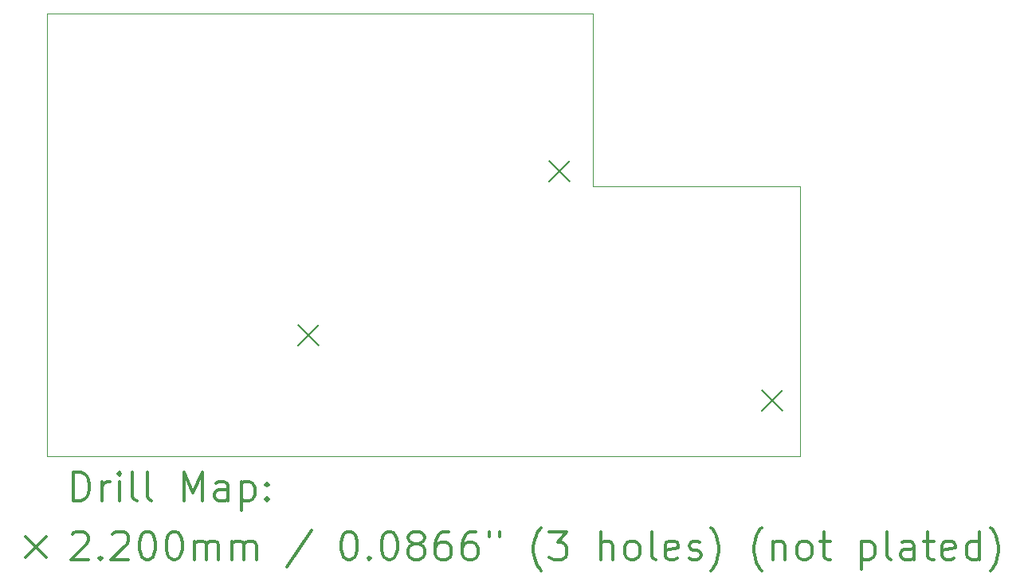
<source format=gbr>
%FSLAX45Y45*%
G04 Gerber Fmt 4.5, Leading zero omitted, Abs format (unit mm)*
G04 Created by KiCad (PCBNEW (5.1.10)-1) date 2022-01-19 22:22:53*
%MOMM*%
%LPD*%
G01*
G04 APERTURE LIST*
%TA.AperFunction,Profile*%
%ADD10C,0.050000*%
%TD*%
%ADD11C,0.200000*%
%ADD12C,0.300000*%
G04 APERTURE END LIST*
D10*
X14440000Y-7175000D02*
X14440000Y-9010000D01*
X14440000Y-9010000D02*
X16640000Y-9010000D01*
X8640000Y-11885000D02*
X16640000Y-11885000D01*
X16640000Y-9010000D02*
X16640000Y-11885000D01*
X8640000Y-7175000D02*
X8640000Y-11885000D01*
X8640000Y-7175000D02*
X14440000Y-7175000D01*
D11*
X11310000Y-10480000D02*
X11530000Y-10700000D01*
X11530000Y-10480000D02*
X11310000Y-10700000D01*
X13980000Y-8740000D02*
X14200000Y-8960000D01*
X14200000Y-8740000D02*
X13980000Y-8960000D01*
X16240000Y-11180000D02*
X16460000Y-11400000D01*
X16460000Y-11180000D02*
X16240000Y-11400000D01*
D12*
X8923928Y-12353214D02*
X8923928Y-12053214D01*
X8995357Y-12053214D01*
X9038214Y-12067500D01*
X9066786Y-12096071D01*
X9081071Y-12124643D01*
X9095357Y-12181786D01*
X9095357Y-12224643D01*
X9081071Y-12281786D01*
X9066786Y-12310357D01*
X9038214Y-12338929D01*
X8995357Y-12353214D01*
X8923928Y-12353214D01*
X9223928Y-12353214D02*
X9223928Y-12153214D01*
X9223928Y-12210357D02*
X9238214Y-12181786D01*
X9252500Y-12167500D01*
X9281071Y-12153214D01*
X9309643Y-12153214D01*
X9409643Y-12353214D02*
X9409643Y-12153214D01*
X9409643Y-12053214D02*
X9395357Y-12067500D01*
X9409643Y-12081786D01*
X9423928Y-12067500D01*
X9409643Y-12053214D01*
X9409643Y-12081786D01*
X9595357Y-12353214D02*
X9566786Y-12338929D01*
X9552500Y-12310357D01*
X9552500Y-12053214D01*
X9752500Y-12353214D02*
X9723928Y-12338929D01*
X9709643Y-12310357D01*
X9709643Y-12053214D01*
X10095357Y-12353214D02*
X10095357Y-12053214D01*
X10195357Y-12267500D01*
X10295357Y-12053214D01*
X10295357Y-12353214D01*
X10566786Y-12353214D02*
X10566786Y-12196071D01*
X10552500Y-12167500D01*
X10523928Y-12153214D01*
X10466786Y-12153214D01*
X10438214Y-12167500D01*
X10566786Y-12338929D02*
X10538214Y-12353214D01*
X10466786Y-12353214D01*
X10438214Y-12338929D01*
X10423928Y-12310357D01*
X10423928Y-12281786D01*
X10438214Y-12253214D01*
X10466786Y-12238929D01*
X10538214Y-12238929D01*
X10566786Y-12224643D01*
X10709643Y-12153214D02*
X10709643Y-12453214D01*
X10709643Y-12167500D02*
X10738214Y-12153214D01*
X10795357Y-12153214D01*
X10823928Y-12167500D01*
X10838214Y-12181786D01*
X10852500Y-12210357D01*
X10852500Y-12296071D01*
X10838214Y-12324643D01*
X10823928Y-12338929D01*
X10795357Y-12353214D01*
X10738214Y-12353214D01*
X10709643Y-12338929D01*
X10981071Y-12324643D02*
X10995357Y-12338929D01*
X10981071Y-12353214D01*
X10966786Y-12338929D01*
X10981071Y-12324643D01*
X10981071Y-12353214D01*
X10981071Y-12167500D02*
X10995357Y-12181786D01*
X10981071Y-12196071D01*
X10966786Y-12181786D01*
X10981071Y-12167500D01*
X10981071Y-12196071D01*
X8417500Y-12737500D02*
X8637500Y-12957500D01*
X8637500Y-12737500D02*
X8417500Y-12957500D01*
X8909643Y-12711786D02*
X8923928Y-12697500D01*
X8952500Y-12683214D01*
X9023928Y-12683214D01*
X9052500Y-12697500D01*
X9066786Y-12711786D01*
X9081071Y-12740357D01*
X9081071Y-12768929D01*
X9066786Y-12811786D01*
X8895357Y-12983214D01*
X9081071Y-12983214D01*
X9209643Y-12954643D02*
X9223928Y-12968929D01*
X9209643Y-12983214D01*
X9195357Y-12968929D01*
X9209643Y-12954643D01*
X9209643Y-12983214D01*
X9338214Y-12711786D02*
X9352500Y-12697500D01*
X9381071Y-12683214D01*
X9452500Y-12683214D01*
X9481071Y-12697500D01*
X9495357Y-12711786D01*
X9509643Y-12740357D01*
X9509643Y-12768929D01*
X9495357Y-12811786D01*
X9323928Y-12983214D01*
X9509643Y-12983214D01*
X9695357Y-12683214D02*
X9723928Y-12683214D01*
X9752500Y-12697500D01*
X9766786Y-12711786D01*
X9781071Y-12740357D01*
X9795357Y-12797500D01*
X9795357Y-12868929D01*
X9781071Y-12926071D01*
X9766786Y-12954643D01*
X9752500Y-12968929D01*
X9723928Y-12983214D01*
X9695357Y-12983214D01*
X9666786Y-12968929D01*
X9652500Y-12954643D01*
X9638214Y-12926071D01*
X9623928Y-12868929D01*
X9623928Y-12797500D01*
X9638214Y-12740357D01*
X9652500Y-12711786D01*
X9666786Y-12697500D01*
X9695357Y-12683214D01*
X9981071Y-12683214D02*
X10009643Y-12683214D01*
X10038214Y-12697500D01*
X10052500Y-12711786D01*
X10066786Y-12740357D01*
X10081071Y-12797500D01*
X10081071Y-12868929D01*
X10066786Y-12926071D01*
X10052500Y-12954643D01*
X10038214Y-12968929D01*
X10009643Y-12983214D01*
X9981071Y-12983214D01*
X9952500Y-12968929D01*
X9938214Y-12954643D01*
X9923928Y-12926071D01*
X9909643Y-12868929D01*
X9909643Y-12797500D01*
X9923928Y-12740357D01*
X9938214Y-12711786D01*
X9952500Y-12697500D01*
X9981071Y-12683214D01*
X10209643Y-12983214D02*
X10209643Y-12783214D01*
X10209643Y-12811786D02*
X10223928Y-12797500D01*
X10252500Y-12783214D01*
X10295357Y-12783214D01*
X10323928Y-12797500D01*
X10338214Y-12826071D01*
X10338214Y-12983214D01*
X10338214Y-12826071D02*
X10352500Y-12797500D01*
X10381071Y-12783214D01*
X10423928Y-12783214D01*
X10452500Y-12797500D01*
X10466786Y-12826071D01*
X10466786Y-12983214D01*
X10609643Y-12983214D02*
X10609643Y-12783214D01*
X10609643Y-12811786D02*
X10623928Y-12797500D01*
X10652500Y-12783214D01*
X10695357Y-12783214D01*
X10723928Y-12797500D01*
X10738214Y-12826071D01*
X10738214Y-12983214D01*
X10738214Y-12826071D02*
X10752500Y-12797500D01*
X10781071Y-12783214D01*
X10823928Y-12783214D01*
X10852500Y-12797500D01*
X10866786Y-12826071D01*
X10866786Y-12983214D01*
X11452500Y-12668929D02*
X11195357Y-13054643D01*
X11838214Y-12683214D02*
X11866786Y-12683214D01*
X11895357Y-12697500D01*
X11909643Y-12711786D01*
X11923928Y-12740357D01*
X11938214Y-12797500D01*
X11938214Y-12868929D01*
X11923928Y-12926071D01*
X11909643Y-12954643D01*
X11895357Y-12968929D01*
X11866786Y-12983214D01*
X11838214Y-12983214D01*
X11809643Y-12968929D01*
X11795357Y-12954643D01*
X11781071Y-12926071D01*
X11766786Y-12868929D01*
X11766786Y-12797500D01*
X11781071Y-12740357D01*
X11795357Y-12711786D01*
X11809643Y-12697500D01*
X11838214Y-12683214D01*
X12066786Y-12954643D02*
X12081071Y-12968929D01*
X12066786Y-12983214D01*
X12052500Y-12968929D01*
X12066786Y-12954643D01*
X12066786Y-12983214D01*
X12266786Y-12683214D02*
X12295357Y-12683214D01*
X12323928Y-12697500D01*
X12338214Y-12711786D01*
X12352500Y-12740357D01*
X12366786Y-12797500D01*
X12366786Y-12868929D01*
X12352500Y-12926071D01*
X12338214Y-12954643D01*
X12323928Y-12968929D01*
X12295357Y-12983214D01*
X12266786Y-12983214D01*
X12238214Y-12968929D01*
X12223928Y-12954643D01*
X12209643Y-12926071D01*
X12195357Y-12868929D01*
X12195357Y-12797500D01*
X12209643Y-12740357D01*
X12223928Y-12711786D01*
X12238214Y-12697500D01*
X12266786Y-12683214D01*
X12538214Y-12811786D02*
X12509643Y-12797500D01*
X12495357Y-12783214D01*
X12481071Y-12754643D01*
X12481071Y-12740357D01*
X12495357Y-12711786D01*
X12509643Y-12697500D01*
X12538214Y-12683214D01*
X12595357Y-12683214D01*
X12623928Y-12697500D01*
X12638214Y-12711786D01*
X12652500Y-12740357D01*
X12652500Y-12754643D01*
X12638214Y-12783214D01*
X12623928Y-12797500D01*
X12595357Y-12811786D01*
X12538214Y-12811786D01*
X12509643Y-12826071D01*
X12495357Y-12840357D01*
X12481071Y-12868929D01*
X12481071Y-12926071D01*
X12495357Y-12954643D01*
X12509643Y-12968929D01*
X12538214Y-12983214D01*
X12595357Y-12983214D01*
X12623928Y-12968929D01*
X12638214Y-12954643D01*
X12652500Y-12926071D01*
X12652500Y-12868929D01*
X12638214Y-12840357D01*
X12623928Y-12826071D01*
X12595357Y-12811786D01*
X12909643Y-12683214D02*
X12852500Y-12683214D01*
X12823928Y-12697500D01*
X12809643Y-12711786D01*
X12781071Y-12754643D01*
X12766786Y-12811786D01*
X12766786Y-12926071D01*
X12781071Y-12954643D01*
X12795357Y-12968929D01*
X12823928Y-12983214D01*
X12881071Y-12983214D01*
X12909643Y-12968929D01*
X12923928Y-12954643D01*
X12938214Y-12926071D01*
X12938214Y-12854643D01*
X12923928Y-12826071D01*
X12909643Y-12811786D01*
X12881071Y-12797500D01*
X12823928Y-12797500D01*
X12795357Y-12811786D01*
X12781071Y-12826071D01*
X12766786Y-12854643D01*
X13195357Y-12683214D02*
X13138214Y-12683214D01*
X13109643Y-12697500D01*
X13095357Y-12711786D01*
X13066786Y-12754643D01*
X13052500Y-12811786D01*
X13052500Y-12926071D01*
X13066786Y-12954643D01*
X13081071Y-12968929D01*
X13109643Y-12983214D01*
X13166786Y-12983214D01*
X13195357Y-12968929D01*
X13209643Y-12954643D01*
X13223928Y-12926071D01*
X13223928Y-12854643D01*
X13209643Y-12826071D01*
X13195357Y-12811786D01*
X13166786Y-12797500D01*
X13109643Y-12797500D01*
X13081071Y-12811786D01*
X13066786Y-12826071D01*
X13052500Y-12854643D01*
X13338214Y-12683214D02*
X13338214Y-12740357D01*
X13452500Y-12683214D02*
X13452500Y-12740357D01*
X13895357Y-13097500D02*
X13881071Y-13083214D01*
X13852500Y-13040357D01*
X13838214Y-13011786D01*
X13823928Y-12968929D01*
X13809643Y-12897500D01*
X13809643Y-12840357D01*
X13823928Y-12768929D01*
X13838214Y-12726071D01*
X13852500Y-12697500D01*
X13881071Y-12654643D01*
X13895357Y-12640357D01*
X13981071Y-12683214D02*
X14166786Y-12683214D01*
X14066786Y-12797500D01*
X14109643Y-12797500D01*
X14138214Y-12811786D01*
X14152500Y-12826071D01*
X14166786Y-12854643D01*
X14166786Y-12926071D01*
X14152500Y-12954643D01*
X14138214Y-12968929D01*
X14109643Y-12983214D01*
X14023928Y-12983214D01*
X13995357Y-12968929D01*
X13981071Y-12954643D01*
X14523928Y-12983214D02*
X14523928Y-12683214D01*
X14652500Y-12983214D02*
X14652500Y-12826071D01*
X14638214Y-12797500D01*
X14609643Y-12783214D01*
X14566786Y-12783214D01*
X14538214Y-12797500D01*
X14523928Y-12811786D01*
X14838214Y-12983214D02*
X14809643Y-12968929D01*
X14795357Y-12954643D01*
X14781071Y-12926071D01*
X14781071Y-12840357D01*
X14795357Y-12811786D01*
X14809643Y-12797500D01*
X14838214Y-12783214D01*
X14881071Y-12783214D01*
X14909643Y-12797500D01*
X14923928Y-12811786D01*
X14938214Y-12840357D01*
X14938214Y-12926071D01*
X14923928Y-12954643D01*
X14909643Y-12968929D01*
X14881071Y-12983214D01*
X14838214Y-12983214D01*
X15109643Y-12983214D02*
X15081071Y-12968929D01*
X15066786Y-12940357D01*
X15066786Y-12683214D01*
X15338214Y-12968929D02*
X15309643Y-12983214D01*
X15252500Y-12983214D01*
X15223928Y-12968929D01*
X15209643Y-12940357D01*
X15209643Y-12826071D01*
X15223928Y-12797500D01*
X15252500Y-12783214D01*
X15309643Y-12783214D01*
X15338214Y-12797500D01*
X15352500Y-12826071D01*
X15352500Y-12854643D01*
X15209643Y-12883214D01*
X15466786Y-12968929D02*
X15495357Y-12983214D01*
X15552500Y-12983214D01*
X15581071Y-12968929D01*
X15595357Y-12940357D01*
X15595357Y-12926071D01*
X15581071Y-12897500D01*
X15552500Y-12883214D01*
X15509643Y-12883214D01*
X15481071Y-12868929D01*
X15466786Y-12840357D01*
X15466786Y-12826071D01*
X15481071Y-12797500D01*
X15509643Y-12783214D01*
X15552500Y-12783214D01*
X15581071Y-12797500D01*
X15695357Y-13097500D02*
X15709643Y-13083214D01*
X15738214Y-13040357D01*
X15752500Y-13011786D01*
X15766786Y-12968929D01*
X15781071Y-12897500D01*
X15781071Y-12840357D01*
X15766786Y-12768929D01*
X15752500Y-12726071D01*
X15738214Y-12697500D01*
X15709643Y-12654643D01*
X15695357Y-12640357D01*
X16238214Y-13097500D02*
X16223928Y-13083214D01*
X16195357Y-13040357D01*
X16181071Y-13011786D01*
X16166786Y-12968929D01*
X16152500Y-12897500D01*
X16152500Y-12840357D01*
X16166786Y-12768929D01*
X16181071Y-12726071D01*
X16195357Y-12697500D01*
X16223928Y-12654643D01*
X16238214Y-12640357D01*
X16352500Y-12783214D02*
X16352500Y-12983214D01*
X16352500Y-12811786D02*
X16366786Y-12797500D01*
X16395357Y-12783214D01*
X16438214Y-12783214D01*
X16466786Y-12797500D01*
X16481071Y-12826071D01*
X16481071Y-12983214D01*
X16666786Y-12983214D02*
X16638214Y-12968929D01*
X16623928Y-12954643D01*
X16609643Y-12926071D01*
X16609643Y-12840357D01*
X16623928Y-12811786D01*
X16638214Y-12797500D01*
X16666786Y-12783214D01*
X16709643Y-12783214D01*
X16738214Y-12797500D01*
X16752500Y-12811786D01*
X16766786Y-12840357D01*
X16766786Y-12926071D01*
X16752500Y-12954643D01*
X16738214Y-12968929D01*
X16709643Y-12983214D01*
X16666786Y-12983214D01*
X16852500Y-12783214D02*
X16966786Y-12783214D01*
X16895357Y-12683214D02*
X16895357Y-12940357D01*
X16909643Y-12968929D01*
X16938214Y-12983214D01*
X16966786Y-12983214D01*
X17295357Y-12783214D02*
X17295357Y-13083214D01*
X17295357Y-12797500D02*
X17323928Y-12783214D01*
X17381071Y-12783214D01*
X17409643Y-12797500D01*
X17423928Y-12811786D01*
X17438214Y-12840357D01*
X17438214Y-12926071D01*
X17423928Y-12954643D01*
X17409643Y-12968929D01*
X17381071Y-12983214D01*
X17323928Y-12983214D01*
X17295357Y-12968929D01*
X17609643Y-12983214D02*
X17581071Y-12968929D01*
X17566786Y-12940357D01*
X17566786Y-12683214D01*
X17852500Y-12983214D02*
X17852500Y-12826071D01*
X17838214Y-12797500D01*
X17809643Y-12783214D01*
X17752500Y-12783214D01*
X17723928Y-12797500D01*
X17852500Y-12968929D02*
X17823928Y-12983214D01*
X17752500Y-12983214D01*
X17723928Y-12968929D01*
X17709643Y-12940357D01*
X17709643Y-12911786D01*
X17723928Y-12883214D01*
X17752500Y-12868929D01*
X17823928Y-12868929D01*
X17852500Y-12854643D01*
X17952500Y-12783214D02*
X18066786Y-12783214D01*
X17995357Y-12683214D02*
X17995357Y-12940357D01*
X18009643Y-12968929D01*
X18038214Y-12983214D01*
X18066786Y-12983214D01*
X18281071Y-12968929D02*
X18252500Y-12983214D01*
X18195357Y-12983214D01*
X18166786Y-12968929D01*
X18152500Y-12940357D01*
X18152500Y-12826071D01*
X18166786Y-12797500D01*
X18195357Y-12783214D01*
X18252500Y-12783214D01*
X18281071Y-12797500D01*
X18295357Y-12826071D01*
X18295357Y-12854643D01*
X18152500Y-12883214D01*
X18552500Y-12983214D02*
X18552500Y-12683214D01*
X18552500Y-12968929D02*
X18523928Y-12983214D01*
X18466786Y-12983214D01*
X18438214Y-12968929D01*
X18423928Y-12954643D01*
X18409643Y-12926071D01*
X18409643Y-12840357D01*
X18423928Y-12811786D01*
X18438214Y-12797500D01*
X18466786Y-12783214D01*
X18523928Y-12783214D01*
X18552500Y-12797500D01*
X18666786Y-13097500D02*
X18681071Y-13083214D01*
X18709643Y-13040357D01*
X18723928Y-13011786D01*
X18738214Y-12968929D01*
X18752500Y-12897500D01*
X18752500Y-12840357D01*
X18738214Y-12768929D01*
X18723928Y-12726071D01*
X18709643Y-12697500D01*
X18681071Y-12654643D01*
X18666786Y-12640357D01*
M02*

</source>
